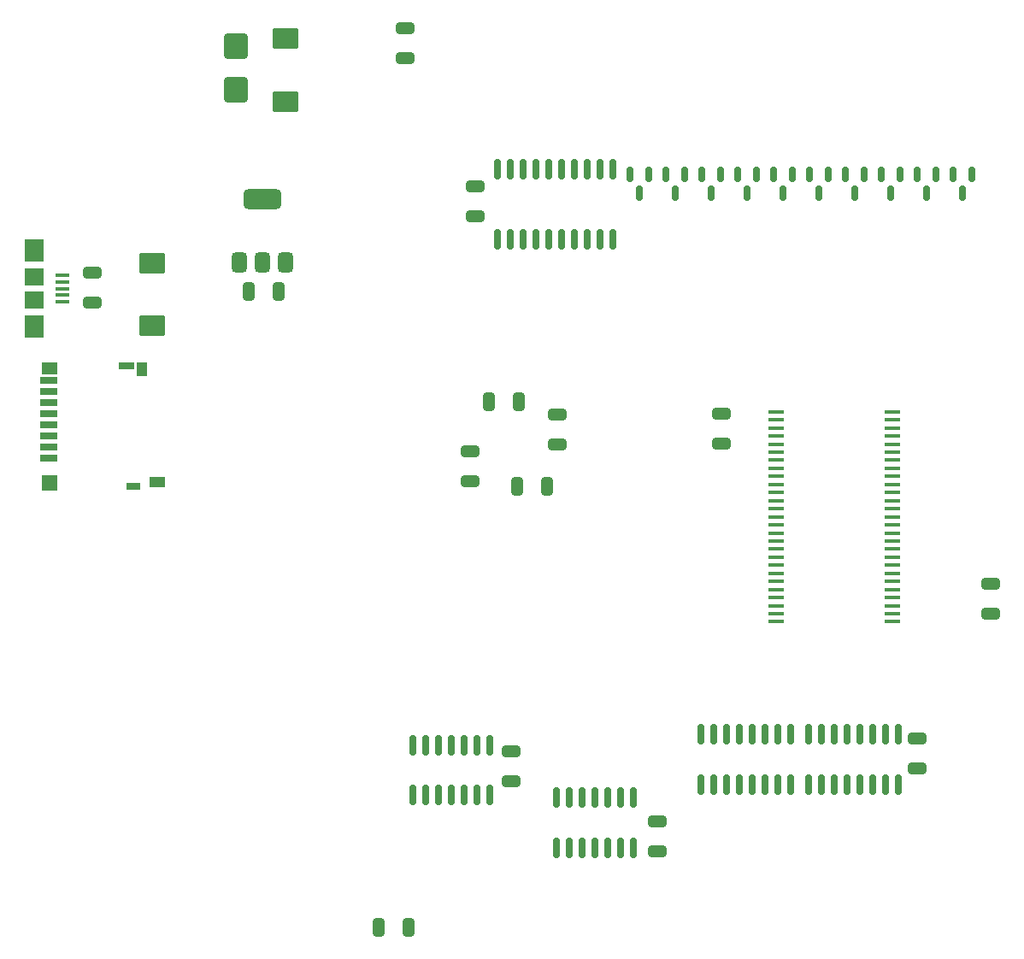
<source format=gbr>
%TF.GenerationSoftware,KiCad,Pcbnew,8.0.7-8.0.7-0~ubuntu22.04.1*%
%TF.CreationDate,2025-01-29T22:40:37+01:00*%
%TF.ProjectId,RAMROM_Board,52414d52-4f4d-45f4-926f-6172642e6b69,rev?*%
%TF.SameCoordinates,Original*%
%TF.FileFunction,Paste,Top*%
%TF.FilePolarity,Positive*%
%FSLAX46Y46*%
G04 Gerber Fmt 4.6, Leading zero omitted, Abs format (unit mm)*
G04 Created by KiCad (PCBNEW 8.0.7-8.0.7-0~ubuntu22.04.1) date 2025-01-29 22:40:37*
%MOMM*%
%LPD*%
G01*
G04 APERTURE LIST*
G04 Aperture macros list*
%AMRoundRect*
0 Rectangle with rounded corners*
0 $1 Rounding radius*
0 $2 $3 $4 $5 $6 $7 $8 $9 X,Y pos of 4 corners*
0 Add a 4 corners polygon primitive as box body*
4,1,4,$2,$3,$4,$5,$6,$7,$8,$9,$2,$3,0*
0 Add four circle primitives for the rounded corners*
1,1,$1+$1,$2,$3*
1,1,$1+$1,$4,$5*
1,1,$1+$1,$6,$7*
1,1,$1+$1,$8,$9*
0 Add four rect primitives between the rounded corners*
20,1,$1+$1,$2,$3,$4,$5,0*
20,1,$1+$1,$4,$5,$6,$7,0*
20,1,$1+$1,$6,$7,$8,$9,0*
20,1,$1+$1,$8,$9,$2,$3,0*%
G04 Aperture macros list end*
%ADD10RoundRect,0.150000X-0.150000X0.825000X-0.150000X-0.825000X0.150000X-0.825000X0.150000X0.825000X0*%
%ADD11RoundRect,0.250000X0.650000X-0.325000X0.650000X0.325000X-0.650000X0.325000X-0.650000X-0.325000X0*%
%ADD12RoundRect,0.250000X0.325000X0.650000X-0.325000X0.650000X-0.325000X-0.650000X0.325000X-0.650000X0*%
%ADD13RoundRect,0.250000X1.025000X-0.787500X1.025000X0.787500X-1.025000X0.787500X-1.025000X-0.787500X0*%
%ADD14RoundRect,0.150000X-0.150000X0.587500X-0.150000X-0.587500X0.150000X-0.587500X0.150000X0.587500X0*%
%ADD15R,1.400000X0.400000*%
%ADD16R,1.900000X2.300000*%
%ADD17R,1.900000X1.800000*%
%ADD18RoundRect,0.250000X-0.325000X-0.650000X0.325000X-0.650000X0.325000X0.650000X-0.325000X0.650000X0*%
%ADD19RoundRect,0.250000X-0.650000X0.325000X-0.650000X-0.325000X0.650000X-0.325000X0.650000X0.325000X0*%
%ADD20RoundRect,0.375000X0.375000X-0.625000X0.375000X0.625000X-0.375000X0.625000X-0.375000X-0.625000X0*%
%ADD21RoundRect,0.500000X1.400000X-0.500000X1.400000X0.500000X-1.400000X0.500000X-1.400000X-0.500000X0*%
%ADD22R,1.750000X0.700000*%
%ADD23R,1.000000X1.450000*%
%ADD24R,1.550000X1.000000*%
%ADD25R,1.500000X0.800000*%
%ADD26R,1.500000X1.300000*%
%ADD27R,1.500000X1.500000*%
%ADD28R,1.400000X0.800000*%
%ADD29RoundRect,0.250000X-1.025000X0.787500X-1.025000X-0.787500X1.025000X-0.787500X1.025000X0.787500X0*%
%ADD30R,1.510000X0.458000*%
%ADD31RoundRect,0.150000X0.150000X-0.837500X0.150000X0.837500X-0.150000X0.837500X-0.150000X-0.837500X0*%
%ADD32RoundRect,0.250000X0.900000X-1.000000X0.900000X1.000000X-0.900000X1.000000X-0.900000X-1.000000X0*%
G04 APERTURE END LIST*
D10*
%TO.C,U3*%
X96647000Y-123193000D03*
X95377000Y-123193000D03*
X94107000Y-123193000D03*
X92837000Y-123193000D03*
X91567000Y-123193000D03*
X90297000Y-123193000D03*
X89027000Y-123193000D03*
X89027000Y-128143000D03*
X90297000Y-128143000D03*
X91567000Y-128143000D03*
X92837000Y-128143000D03*
X94107000Y-128143000D03*
X95377000Y-128143000D03*
X96647000Y-128143000D03*
%TD*%
D11*
%TO.C,C20*%
X98806000Y-126775000D03*
X98806000Y-123825000D03*
%TD*%
D12*
%TO.C,C2*%
X88597000Y-141224000D03*
X85647000Y-141224000D03*
%TD*%
D10*
%TO.C,U15*%
X137145000Y-122125000D03*
X135875000Y-122125000D03*
X134605000Y-122125000D03*
X133335000Y-122125000D03*
X132065000Y-122125000D03*
X130795000Y-122125000D03*
X129525000Y-122125000D03*
X128255000Y-122125000D03*
X128255000Y-127075000D03*
X129525000Y-127075000D03*
X130795000Y-127075000D03*
X132065000Y-127075000D03*
X133335000Y-127075000D03*
X134605000Y-127075000D03*
X135875000Y-127075000D03*
X137145000Y-127075000D03*
%TD*%
%TO.C,U1*%
X110871000Y-128400000D03*
X109601000Y-128400000D03*
X108331000Y-128400000D03*
X107061000Y-128400000D03*
X105791000Y-128400000D03*
X104521000Y-128400000D03*
X103251000Y-128400000D03*
X103251000Y-133350000D03*
X104521000Y-133350000D03*
X105791000Y-133350000D03*
X107061000Y-133350000D03*
X108331000Y-133350000D03*
X109601000Y-133350000D03*
X110871000Y-133350000D03*
%TD*%
D13*
%TO.C,C15*%
X76460000Y-59466495D03*
X76460000Y-53241495D03*
%TD*%
D14*
%TO.C,D7*%
X137348000Y-66626500D03*
X135448000Y-66626500D03*
X136398000Y-68501500D03*
%TD*%
D15*
%TO.C,J6*%
X54382000Y-76678000D03*
X54382000Y-77328000D03*
X54382000Y-77978000D03*
X54382000Y-78628000D03*
X54382000Y-79278000D03*
D16*
X51532000Y-74228000D03*
D17*
X51532000Y-76828000D03*
X51532000Y-79128000D03*
D16*
X51532000Y-81728000D03*
%TD*%
D18*
%TO.C,C5*%
X99363000Y-97536000D03*
X102313000Y-97536000D03*
%TD*%
%TO.C,C18*%
X96569000Y-89154000D03*
X99519000Y-89154000D03*
%TD*%
D14*
%TO.C,D3*%
X116012000Y-66626500D03*
X114112000Y-66626500D03*
X115062000Y-68501500D03*
%TD*%
D12*
%TO.C,C14*%
X75743000Y-78253995D03*
X72793000Y-78253995D03*
%TD*%
D14*
%TO.C,D9*%
X130236000Y-66626500D03*
X128336000Y-66626500D03*
X129286000Y-68501500D03*
%TD*%
D19*
%TO.C,C6*%
X57277000Y-76376000D03*
X57277000Y-79326000D03*
%TD*%
D20*
%TO.C,U2*%
X71868000Y-75403995D03*
X74168000Y-75403995D03*
D21*
X74168000Y-69103995D03*
D20*
X76468000Y-75403995D03*
%TD*%
D11*
%TO.C,C13*%
X146304000Y-110187000D03*
X146304000Y-107237000D03*
%TD*%
D14*
%TO.C,D8*%
X133792000Y-66626500D03*
X131892000Y-66626500D03*
X132842000Y-68501500D03*
%TD*%
D22*
%TO.C,J10*%
X52969000Y-94762000D03*
X52969000Y-93662000D03*
X52969000Y-92562000D03*
X52969000Y-91462000D03*
X52969000Y-90362000D03*
X52969000Y-89262000D03*
X52969000Y-88162000D03*
X52969000Y-87062000D03*
D23*
X62194000Y-85937000D03*
D24*
X63769000Y-97162000D03*
D25*
X60694000Y-85612000D03*
D26*
X53094000Y-85862000D03*
D27*
X53094000Y-97212000D03*
D28*
X61344000Y-97562000D03*
%TD*%
D14*
%TO.C,D4*%
X112456000Y-66626500D03*
X110556000Y-66626500D03*
X111506000Y-68501500D03*
%TD*%
%TO.C,D6*%
X140904000Y-66626500D03*
X139004000Y-66626500D03*
X139954000Y-68501500D03*
%TD*%
D11*
%TO.C,C19*%
X94742000Y-97077000D03*
X94742000Y-94127000D03*
%TD*%
D10*
%TO.C,U16*%
X126445000Y-122125000D03*
X125175000Y-122125000D03*
X123905000Y-122125000D03*
X122635000Y-122125000D03*
X121365000Y-122125000D03*
X120095000Y-122125000D03*
X118825000Y-122125000D03*
X117555000Y-122125000D03*
X117555000Y-127075000D03*
X118825000Y-127075000D03*
X120095000Y-127075000D03*
X121365000Y-127075000D03*
X122635000Y-127075000D03*
X123905000Y-127075000D03*
X125175000Y-127075000D03*
X126445000Y-127075000D03*
%TD*%
D19*
%TO.C,C11*%
X119634000Y-90395000D03*
X119634000Y-93345000D03*
%TD*%
D29*
%TO.C,C4*%
X63246000Y-75436000D03*
X63246000Y-81661000D03*
%TD*%
D30*
%TO.C,U11*%
X125060000Y-90184000D03*
X125060000Y-90984000D03*
X125060000Y-91784000D03*
X125060000Y-92584000D03*
X125060000Y-93384000D03*
X125060000Y-94184000D03*
X125060000Y-94984000D03*
X125060000Y-95784000D03*
X125060000Y-96584000D03*
X125060000Y-97384000D03*
X125060000Y-98184000D03*
X125060000Y-98984000D03*
X125060000Y-99784000D03*
X125060000Y-100584000D03*
X125060000Y-101384000D03*
X125060000Y-102184000D03*
X125060000Y-102984000D03*
X125060000Y-103784000D03*
X125060000Y-104584000D03*
X125060000Y-105384000D03*
X125060000Y-106184000D03*
X125060000Y-106984000D03*
X125060000Y-107784000D03*
X125060000Y-108584000D03*
X125060000Y-109384000D03*
X125060000Y-110184000D03*
X125060000Y-110984000D03*
X136560000Y-110984000D03*
X136560000Y-110184000D03*
X136560000Y-109384000D03*
X136560000Y-108584000D03*
X136560000Y-107784000D03*
X136560000Y-106984000D03*
X136560000Y-106184000D03*
X136560000Y-105384000D03*
X136560000Y-104584000D03*
X136560000Y-103784000D03*
X136560000Y-102984000D03*
X136560000Y-102184000D03*
X136560000Y-101384000D03*
X136560000Y-100584000D03*
X136560000Y-99784000D03*
X136560000Y-98984000D03*
X136560000Y-98184000D03*
X136560000Y-97384000D03*
X136560000Y-96584000D03*
X136560000Y-95784000D03*
X136560000Y-94984000D03*
X136560000Y-94184000D03*
X136560000Y-93384000D03*
X136560000Y-92584000D03*
X136560000Y-91784000D03*
X136560000Y-90984000D03*
X136560000Y-90184000D03*
%TD*%
D31*
%TO.C,U19*%
X97409000Y-73058500D03*
X98679000Y-73058500D03*
X99949000Y-73058500D03*
X101219000Y-73058500D03*
X102489000Y-73058500D03*
X103759000Y-73058500D03*
X105029000Y-73058500D03*
X106299000Y-73058500D03*
X107569000Y-73058500D03*
X108839000Y-73058500D03*
X108839000Y-66133500D03*
X107569000Y-66133500D03*
X106299000Y-66133500D03*
X105029000Y-66133500D03*
X103759000Y-66133500D03*
X102489000Y-66133500D03*
X101219000Y-66133500D03*
X99949000Y-66133500D03*
X98679000Y-66133500D03*
X97409000Y-66133500D03*
%TD*%
D14*
%TO.C,D10*%
X123124000Y-66626500D03*
X121224000Y-66626500D03*
X122174000Y-68501500D03*
%TD*%
D11*
%TO.C,C16*%
X139000000Y-125475000D03*
X139000000Y-122525000D03*
%TD*%
%TO.C,C1*%
X88296000Y-55150995D03*
X88296000Y-52200995D03*
%TD*%
%TO.C,C10*%
X103378000Y-93423000D03*
X103378000Y-90473000D03*
%TD*%
D14*
%TO.C,D11*%
X119568000Y-66626500D03*
X117668000Y-66626500D03*
X118618000Y-68501500D03*
%TD*%
D11*
%TO.C,C8*%
X113284000Y-133731000D03*
X113284000Y-130781000D03*
%TD*%
D19*
%TO.C,C7*%
X95250000Y-67867000D03*
X95250000Y-70817000D03*
%TD*%
D14*
%TO.C,D5*%
X144460000Y-66626500D03*
X142560000Y-66626500D03*
X143510000Y-68501500D03*
%TD*%
%TO.C,D2*%
X126680000Y-66626500D03*
X124780000Y-66626500D03*
X125730000Y-68501500D03*
%TD*%
D32*
%TO.C,D1*%
X71532000Y-58247995D03*
X71532000Y-53947995D03*
%TD*%
M02*

</source>
